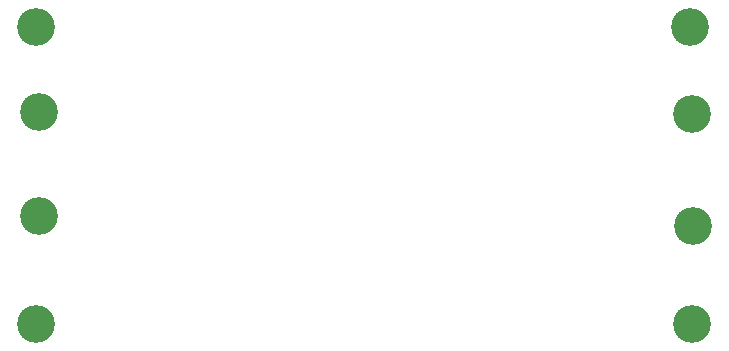
<source format=gbr>
G04 EAGLE Gerber RS-274X export*
G75*
%MOMM*%
%FSLAX34Y34*%
%LPD*%
%INSoldermask Bottom*%
%IPPOS*%
%AMOC8*
5,1,8,0,0,1.08239X$1,22.5*%
G01*
%ADD10C,3.203200*%


D10*
X29210Y205740D03*
X581660Y204470D03*
X26670Y278130D03*
X26670Y26670D03*
X581660Y26670D03*
X580390Y278130D03*
X29210Y118110D03*
X582930Y109220D03*
M02*

</source>
